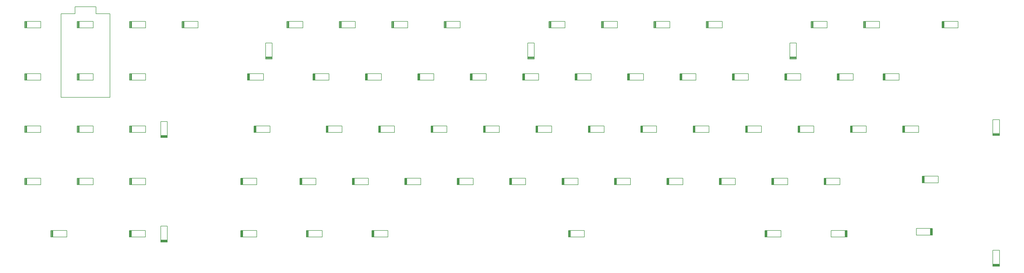
<source format=gto>
G04 #@! TF.GenerationSoftware,KiCad,Pcbnew,5.1.6*
G04 #@! TF.CreationDate,2020-07-30T11:30:43-04:00*
G04 #@! TF.ProjectId,southpawpcb,736f7574-6870-4617-9770-63622e6b6963,rev?*
G04 #@! TF.SameCoordinates,Original*
G04 #@! TF.FileFunction,Legend,Top*
G04 #@! TF.FilePolarity,Positive*
%FSLAX46Y46*%
G04 Gerber Fmt 4.6, Leading zero omitted, Abs format (unit mm)*
G04 Created by KiCad (PCBNEW 5.1.6) date 2020-07-30 11:30:43*
%MOMM*%
%LPD*%
G01*
G04 APERTURE LIST*
%ADD10C,0.150000*%
%ADD11C,0.200000*%
G04 APERTURE END LIST*
D10*
G04 #@! TO.C,U1*
X34072500Y-5752400D02*
X51852500Y-5752400D01*
X51852500Y-5752400D02*
X51852500Y24727600D01*
X51852500Y24727600D02*
X46772500Y24727600D01*
X46772500Y24727600D02*
X46772500Y27267600D01*
X46772500Y27267600D02*
X39152500Y27267600D01*
X39152500Y27267600D02*
X39152500Y24727600D01*
X39152500Y24727600D02*
X34072500Y24727600D01*
X34072500Y24727600D02*
X34072500Y-5752400D01*
D11*
G04 #@! TO.C,D7*
X140956000Y21925000D02*
X135156000Y21925000D01*
X140956000Y19525000D02*
X140956000Y21925000D01*
X135156000Y19525000D02*
X140956000Y19525000D01*
X135231000Y19525000D02*
X135231000Y21925000D01*
X135356000Y19525000D02*
X135356000Y21925000D01*
X135131000Y21925000D02*
X135131000Y19525000D01*
X135531000Y19525000D02*
X135531000Y21925000D01*
X135706000Y19525000D02*
X135706000Y21925000D01*
X135881000Y19525000D02*
X135881000Y21925000D01*
G04 #@! TO.C,D48*
X264468000Y-18575000D02*
X264468000Y-16175000D01*
X264293000Y-18575000D02*
X264293000Y-16175000D01*
X264118000Y-18575000D02*
X264118000Y-16175000D01*
X263718000Y-16175000D02*
X263718000Y-18575000D01*
X263943000Y-18575000D02*
X263943000Y-16175000D01*
X263818000Y-18575000D02*
X263818000Y-16175000D01*
X263743000Y-18575000D02*
X269543000Y-18575000D01*
X269543000Y-18575000D02*
X269543000Y-16175000D01*
X269543000Y-16175000D02*
X263743000Y-16175000D01*
G04 #@! TO.C,D72*
X105194000Y-54275000D02*
X99394000Y-54275000D01*
X105194000Y-56675000D02*
X105194000Y-54275000D01*
X99394000Y-56675000D02*
X105194000Y-56675000D01*
X99469000Y-56675000D02*
X99469000Y-54275000D01*
X99594000Y-56675000D02*
X99594000Y-54275000D01*
X99369000Y-54275000D02*
X99369000Y-56675000D01*
X99769000Y-56675000D02*
X99769000Y-54275000D01*
X99944000Y-56675000D02*
X99944000Y-54275000D01*
X100119000Y-56675000D02*
X100119000Y-54275000D01*
G04 #@! TO.C,D39*
X64756200Y-16175000D02*
X58956200Y-16175000D01*
X64756200Y-18575000D02*
X64756200Y-16175000D01*
X58956200Y-18575000D02*
X64756200Y-18575000D01*
X59031200Y-18575000D02*
X59031200Y-16175000D01*
X59156200Y-18575000D02*
X59156200Y-16175000D01*
X58931200Y-16175000D02*
X58931200Y-18575000D01*
X59331200Y-18575000D02*
X59331200Y-16175000D01*
X59506200Y-18575000D02*
X59506200Y-16175000D01*
X59681200Y-18575000D02*
X59681200Y-16175000D01*
G04 #@! TO.C,D2*
X40631200Y19525000D02*
X40631200Y21925000D01*
X40456200Y19525000D02*
X40456200Y21925000D01*
X40281200Y19525000D02*
X40281200Y21925000D01*
X39881200Y21925000D02*
X39881200Y19525000D01*
X40106200Y19525000D02*
X40106200Y21925000D01*
X39981200Y19525000D02*
X39981200Y21925000D01*
X39906200Y19525000D02*
X45706200Y19525000D01*
X45706200Y19525000D02*
X45706200Y21925000D01*
X45706200Y21925000D02*
X39906200Y21925000D01*
G04 #@! TO.C,D50*
X302568000Y-18575000D02*
X302568000Y-16175000D01*
X302393000Y-18575000D02*
X302393000Y-16175000D01*
X302218000Y-18575000D02*
X302218000Y-16175000D01*
X301818000Y-16175000D02*
X301818000Y-18575000D01*
X302043000Y-18575000D02*
X302043000Y-16175000D01*
X301918000Y-18575000D02*
X301918000Y-16175000D01*
X301843000Y-18575000D02*
X307643000Y-18575000D01*
X307643000Y-18575000D02*
X307643000Y-16175000D01*
X307643000Y-16175000D02*
X301843000Y-16175000D01*
G04 #@! TO.C,D21*
X64756200Y2875000D02*
X58956200Y2875000D01*
X64756200Y475000D02*
X64756200Y2875000D01*
X58956200Y475000D02*
X64756200Y475000D01*
X59031200Y475000D02*
X59031200Y2875000D01*
X59156200Y475000D02*
X59156200Y2875000D01*
X58931200Y2875000D02*
X58931200Y475000D01*
X59331200Y475000D02*
X59331200Y2875000D01*
X59506200Y475000D02*
X59506200Y2875000D01*
X59681200Y475000D02*
X59681200Y2875000D01*
G04 #@! TO.C,D53*
X21581200Y-37625000D02*
X21581200Y-35225000D01*
X21406200Y-37625000D02*
X21406200Y-35225000D01*
X21231200Y-37625000D02*
X21231200Y-35225000D01*
X20831200Y-35225000D02*
X20831200Y-37625000D01*
X21056200Y-37625000D02*
X21056200Y-35225000D01*
X20931200Y-37625000D02*
X20931200Y-35225000D01*
X20856200Y-37625000D02*
X26656200Y-37625000D01*
X26656200Y-37625000D02*
X26656200Y-35225000D01*
X26656200Y-35225000D02*
X20856200Y-35225000D01*
G04 #@! TO.C,D26*
X164456000Y475000D02*
X164456000Y2875000D01*
X164281000Y475000D02*
X164281000Y2875000D01*
X164106000Y475000D02*
X164106000Y2875000D01*
X163706000Y2875000D02*
X163706000Y475000D01*
X163931000Y475000D02*
X163931000Y2875000D01*
X163806000Y475000D02*
X163806000Y2875000D01*
X163731000Y475000D02*
X169531000Y475000D01*
X169531000Y475000D02*
X169531000Y2875000D01*
X169531000Y2875000D02*
X163731000Y2875000D01*
G04 #@! TO.C,D60*
X164769000Y-35225000D02*
X158969000Y-35225000D01*
X164769000Y-37625000D02*
X164769000Y-35225000D01*
X158969000Y-37625000D02*
X164769000Y-37625000D01*
X159044000Y-37625000D02*
X159044000Y-35225000D01*
X159169000Y-37625000D02*
X159169000Y-35225000D01*
X158944000Y-35225000D02*
X158944000Y-37625000D01*
X159344000Y-37625000D02*
X159344000Y-35225000D01*
X159519000Y-37625000D02*
X159519000Y-35225000D01*
X159694000Y-37625000D02*
X159694000Y-35225000D01*
G04 #@! TO.C,D42*
X150168000Y-18575000D02*
X150168000Y-16175000D01*
X149993000Y-18575000D02*
X149993000Y-16175000D01*
X149818000Y-18575000D02*
X149818000Y-16175000D01*
X149418000Y-16175000D02*
X149418000Y-18575000D01*
X149643000Y-18575000D02*
X149643000Y-16175000D01*
X149518000Y-18575000D02*
X149518000Y-16175000D01*
X149443000Y-18575000D02*
X155243000Y-18575000D01*
X155243000Y-18575000D02*
X155243000Y-16175000D01*
X155243000Y-16175000D02*
X149443000Y-16175000D01*
G04 #@! TO.C,D4*
X78731200Y19525000D02*
X78731200Y21925000D01*
X78556200Y19525000D02*
X78556200Y21925000D01*
X78381200Y19525000D02*
X78381200Y21925000D01*
X77981200Y21925000D02*
X77981200Y19525000D01*
X78206200Y19525000D02*
X78206200Y21925000D01*
X78081200Y19525000D02*
X78081200Y21925000D01*
X78006200Y19525000D02*
X83806200Y19525000D01*
X83806200Y19525000D02*
X83806200Y21925000D01*
X83806200Y21925000D02*
X78006200Y21925000D01*
G04 #@! TO.C,D3*
X64756200Y21925000D02*
X58956200Y21925000D01*
X64756200Y19525000D02*
X64756200Y21925000D01*
X58956200Y19525000D02*
X64756200Y19525000D01*
X59031200Y19525000D02*
X59031200Y21925000D01*
X59156200Y19525000D02*
X59156200Y21925000D01*
X58931200Y21925000D02*
X58931200Y19525000D01*
X59331200Y19525000D02*
X59331200Y21925000D01*
X59506200Y19525000D02*
X59506200Y21925000D01*
X59681200Y19525000D02*
X59681200Y21925000D01*
G04 #@! TO.C,D25*
X150481000Y2875000D02*
X144681000Y2875000D01*
X150481000Y475000D02*
X150481000Y2875000D01*
X144681000Y475000D02*
X150481000Y475000D01*
X144756000Y475000D02*
X144756000Y2875000D01*
X144881000Y475000D02*
X144881000Y2875000D01*
X144656000Y2875000D02*
X144656000Y475000D01*
X145056000Y475000D02*
X145056000Y2875000D01*
X145231000Y475000D02*
X145231000Y2875000D01*
X145406000Y475000D02*
X145406000Y2875000D01*
G04 #@! TO.C,D71*
X59637500Y-56675000D02*
X59637500Y-54275000D01*
X59462500Y-56675000D02*
X59462500Y-54275000D01*
X59287500Y-56675000D02*
X59287500Y-54275000D01*
X58887500Y-54275000D02*
X58887500Y-56675000D01*
X59112500Y-56675000D02*
X59112500Y-54275000D01*
X58987500Y-56675000D02*
X58987500Y-54275000D01*
X58912500Y-56675000D02*
X64712500Y-56675000D01*
X64712500Y-56675000D02*
X64712500Y-54275000D01*
X64712500Y-54275000D02*
X58912500Y-54275000D01*
G04 #@! TO.C,D78*
X349937000Y-53568800D02*
X349937000Y-55968800D01*
X350112000Y-53568800D02*
X350112000Y-55968800D01*
X350287000Y-53568800D02*
X350287000Y-55968800D01*
X350687000Y-55968800D02*
X350687000Y-53568800D01*
X350462000Y-53568800D02*
X350462000Y-55968800D01*
X350587000Y-53568800D02*
X350587000Y-55968800D01*
X350662000Y-53568800D02*
X344862000Y-53568800D01*
X344862000Y-53568800D02*
X344862000Y-55968800D01*
X344862000Y-55968800D02*
X350662000Y-55968800D01*
G04 #@! TO.C,D77*
X318981000Y-54275000D02*
X318981000Y-56675000D01*
X319156000Y-54275000D02*
X319156000Y-56675000D01*
X319331000Y-54275000D02*
X319331000Y-56675000D01*
X319731000Y-56675000D02*
X319731000Y-54275000D01*
X319506000Y-54275000D02*
X319506000Y-56675000D01*
X319631000Y-54275000D02*
X319631000Y-56675000D01*
X319706000Y-54275000D02*
X313906000Y-54275000D01*
X313906000Y-54275000D02*
X313906000Y-56675000D01*
X313906000Y-56675000D02*
X319706000Y-56675000D01*
G04 #@! TO.C,D45*
X212393000Y-16175000D02*
X206593000Y-16175000D01*
X212393000Y-18575000D02*
X212393000Y-16175000D01*
X206593000Y-18575000D02*
X212393000Y-18575000D01*
X206668000Y-18575000D02*
X206668000Y-16175000D01*
X206793000Y-18575000D02*
X206793000Y-16175000D01*
X206568000Y-16175000D02*
X206568000Y-18575000D01*
X206968000Y-18575000D02*
X206968000Y-16175000D01*
X207143000Y-18575000D02*
X207143000Y-16175000D01*
X207318000Y-18575000D02*
X207318000Y-16175000D01*
G04 #@! TO.C,D16*
X307331000Y19525000D02*
X307331000Y21925000D01*
X307156000Y19525000D02*
X307156000Y21925000D01*
X306981000Y19525000D02*
X306981000Y21925000D01*
X306581000Y21925000D02*
X306581000Y19525000D01*
X306806000Y19525000D02*
X306806000Y21925000D01*
X306681000Y19525000D02*
X306681000Y21925000D01*
X306606000Y19525000D02*
X312406000Y19525000D01*
X312406000Y19525000D02*
X312406000Y21925000D01*
X312406000Y21925000D02*
X306606000Y21925000D01*
G04 #@! TO.C,D22*
X72681200Y-19650000D02*
X70281200Y-19650000D01*
X72681200Y-19825000D02*
X70281200Y-19825000D01*
X72681200Y-20000000D02*
X70281200Y-20000000D01*
X70281200Y-20400000D02*
X72681200Y-20400000D01*
X72681200Y-20175000D02*
X70281200Y-20175000D01*
X72681200Y-20300000D02*
X70281200Y-20300000D01*
X72681200Y-20375000D02*
X72681200Y-14575000D01*
X72681200Y-14575000D02*
X70281200Y-14575000D01*
X70281200Y-14575000D02*
X70281200Y-20375000D01*
G04 #@! TO.C,D10*
X206031000Y8925000D02*
X203631000Y8925000D01*
X206031000Y8750000D02*
X203631000Y8750000D01*
X206031000Y8575000D02*
X203631000Y8575000D01*
X203631000Y8175000D02*
X206031000Y8175000D01*
X206031000Y8400000D02*
X203631000Y8400000D01*
X206031000Y8275000D02*
X203631000Y8275000D01*
X206031000Y8200000D02*
X206031000Y14000000D01*
X206031000Y14000000D02*
X203631000Y14000000D01*
X203631000Y14000000D02*
X203631000Y8200000D01*
G04 #@! TO.C,D54*
X45706200Y-35225000D02*
X39906200Y-35225000D01*
X45706200Y-37625000D02*
X45706200Y-35225000D01*
X39906200Y-37625000D02*
X45706200Y-37625000D01*
X39981200Y-37625000D02*
X39981200Y-35225000D01*
X40106200Y-37625000D02*
X40106200Y-35225000D01*
X39881200Y-35225000D02*
X39881200Y-37625000D01*
X40281200Y-37625000D02*
X40281200Y-35225000D01*
X40456200Y-37625000D02*
X40456200Y-35225000D01*
X40631200Y-37625000D02*
X40631200Y-35225000D01*
G04 #@! TO.C,D19*
X26656200Y2875000D02*
X20856200Y2875000D01*
X26656200Y475000D02*
X26656200Y2875000D01*
X20856200Y475000D02*
X26656200Y475000D01*
X20931200Y475000D02*
X20931200Y2875000D01*
X21056200Y475000D02*
X21056200Y2875000D01*
X20831200Y2875000D02*
X20831200Y475000D01*
X21231200Y475000D02*
X21231200Y2875000D01*
X21406200Y475000D02*
X21406200Y2875000D01*
X21581200Y475000D02*
X21581200Y2875000D01*
G04 #@! TO.C,D57*
X105194000Y-35225000D02*
X99394000Y-35225000D01*
X105194000Y-37625000D02*
X105194000Y-35225000D01*
X99394000Y-37625000D02*
X105194000Y-37625000D01*
X99469000Y-37625000D02*
X99469000Y-35225000D01*
X99594000Y-37625000D02*
X99594000Y-35225000D01*
X99369000Y-35225000D02*
X99369000Y-37625000D01*
X99769000Y-37625000D02*
X99769000Y-35225000D01*
X99944000Y-37625000D02*
X99944000Y-35225000D01*
X100119000Y-37625000D02*
X100119000Y-35225000D01*
G04 #@! TO.C,D47*
X250493000Y-16175000D02*
X244693000Y-16175000D01*
X250493000Y-18575000D02*
X250493000Y-16175000D01*
X244693000Y-18575000D02*
X250493000Y-18575000D01*
X244768000Y-18575000D02*
X244768000Y-16175000D01*
X244893000Y-18575000D02*
X244893000Y-16175000D01*
X244668000Y-16175000D02*
X244668000Y-18575000D01*
X245068000Y-18575000D02*
X245068000Y-16175000D01*
X245243000Y-18575000D02*
X245243000Y-16175000D01*
X245418000Y-18575000D02*
X245418000Y-16175000D01*
G04 #@! TO.C,D15*
X298881000Y14000000D02*
X298881000Y8200000D01*
X301281000Y14000000D02*
X298881000Y14000000D01*
X301281000Y8200000D02*
X301281000Y14000000D01*
X301281000Y8275000D02*
X298881000Y8275000D01*
X301281000Y8400000D02*
X298881000Y8400000D01*
X298881000Y8175000D02*
X301281000Y8175000D01*
X301281000Y8575000D02*
X298881000Y8575000D01*
X301281000Y8750000D02*
X298881000Y8750000D01*
X301281000Y8925000D02*
X298881000Y8925000D01*
G04 #@! TO.C,D67*
X293044000Y-37625000D02*
X293044000Y-35225000D01*
X292869000Y-37625000D02*
X292869000Y-35225000D01*
X292694000Y-37625000D02*
X292694000Y-35225000D01*
X292294000Y-35225000D02*
X292294000Y-37625000D01*
X292519000Y-37625000D02*
X292519000Y-35225000D01*
X292394000Y-37625000D02*
X292394000Y-35225000D01*
X292319000Y-37625000D02*
X298119000Y-37625000D01*
X298119000Y-37625000D02*
X298119000Y-35225000D01*
X298119000Y-35225000D02*
X292319000Y-35225000D01*
G04 #@! TO.C,D36*
X375056000Y-18943800D02*
X372656000Y-18943800D01*
X375056000Y-19118800D02*
X372656000Y-19118800D01*
X375056000Y-19293800D02*
X372656000Y-19293800D01*
X372656000Y-19693800D02*
X375056000Y-19693800D01*
X375056000Y-19468800D02*
X372656000Y-19468800D01*
X375056000Y-19593800D02*
X372656000Y-19593800D01*
X375056000Y-19668800D02*
X375056000Y-13868800D01*
X375056000Y-13868800D02*
X372656000Y-13868800D01*
X372656000Y-13868800D02*
X372656000Y-19668800D01*
G04 #@! TO.C,D62*
X202869000Y-35225000D02*
X197069000Y-35225000D01*
X202869000Y-37625000D02*
X202869000Y-35225000D01*
X197069000Y-37625000D02*
X202869000Y-37625000D01*
X197144000Y-37625000D02*
X197144000Y-35225000D01*
X197269000Y-37625000D02*
X197269000Y-35225000D01*
X197044000Y-35225000D02*
X197044000Y-37625000D01*
X197444000Y-37625000D02*
X197444000Y-35225000D01*
X197619000Y-37625000D02*
X197619000Y-35225000D01*
X197794000Y-37625000D02*
X197794000Y-35225000D01*
G04 #@! TO.C,D61*
X183819000Y-35225000D02*
X178019000Y-35225000D01*
X183819000Y-37625000D02*
X183819000Y-35225000D01*
X178019000Y-37625000D02*
X183819000Y-37625000D01*
X178094000Y-37625000D02*
X178094000Y-35225000D01*
X178219000Y-37625000D02*
X178219000Y-35225000D01*
X177994000Y-35225000D02*
X177994000Y-37625000D01*
X178394000Y-37625000D02*
X178394000Y-35225000D01*
X178569000Y-37625000D02*
X178569000Y-35225000D01*
X178744000Y-37625000D02*
X178744000Y-35225000D01*
G04 #@! TO.C,D52*
X340625000Y-18575000D02*
X340625000Y-16175000D01*
X340450000Y-18575000D02*
X340450000Y-16175000D01*
X340275000Y-18575000D02*
X340275000Y-16175000D01*
X339875000Y-16175000D02*
X339875000Y-18575000D01*
X340100000Y-18575000D02*
X340100000Y-16175000D01*
X339975000Y-18575000D02*
X339975000Y-16175000D01*
X339900000Y-18575000D02*
X345700000Y-18575000D01*
X345700000Y-18575000D02*
X345700000Y-16175000D01*
X345700000Y-16175000D02*
X339900000Y-16175000D01*
G04 #@! TO.C,D37*
X26656200Y-16175000D02*
X20856200Y-16175000D01*
X26656200Y-18575000D02*
X26656200Y-16175000D01*
X20856200Y-18575000D02*
X26656200Y-18575000D01*
X20931200Y-18575000D02*
X20931200Y-16175000D01*
X21056200Y-18575000D02*
X21056200Y-16175000D01*
X20831200Y-16175000D02*
X20831200Y-18575000D01*
X21231200Y-18575000D02*
X21231200Y-16175000D01*
X21406200Y-18575000D02*
X21406200Y-16175000D01*
X21581200Y-18575000D02*
X21581200Y-16175000D01*
G04 #@! TO.C,D65*
X260019000Y-35225000D02*
X254219000Y-35225000D01*
X260019000Y-37625000D02*
X260019000Y-35225000D01*
X254219000Y-37625000D02*
X260019000Y-37625000D01*
X254294000Y-37625000D02*
X254294000Y-35225000D01*
X254419000Y-37625000D02*
X254419000Y-35225000D01*
X254194000Y-35225000D02*
X254194000Y-37625000D01*
X254594000Y-37625000D02*
X254594000Y-35225000D01*
X254769000Y-37625000D02*
X254769000Y-35225000D01*
X254944000Y-37625000D02*
X254944000Y-35225000D01*
G04 #@! TO.C,D14*
X274306000Y21925000D02*
X268506000Y21925000D01*
X274306000Y19525000D02*
X274306000Y21925000D01*
X268506000Y19525000D02*
X274306000Y19525000D01*
X268581000Y19525000D02*
X268581000Y21925000D01*
X268706000Y19525000D02*
X268706000Y21925000D01*
X268481000Y21925000D02*
X268481000Y19525000D01*
X268881000Y19525000D02*
X268881000Y21925000D01*
X269056000Y19525000D02*
X269056000Y21925000D01*
X269231000Y19525000D02*
X269231000Y21925000D01*
G04 #@! TO.C,D68*
X317125000Y-35225000D02*
X311325000Y-35225000D01*
X317125000Y-37625000D02*
X317125000Y-35225000D01*
X311325000Y-37625000D02*
X317125000Y-37625000D01*
X311400000Y-37625000D02*
X311400000Y-35225000D01*
X311525000Y-37625000D02*
X311525000Y-35225000D01*
X311300000Y-35225000D02*
X311300000Y-37625000D01*
X311700000Y-37625000D02*
X311700000Y-35225000D01*
X311875000Y-37625000D02*
X311875000Y-35225000D01*
X312050000Y-37625000D02*
X312050000Y-35225000D01*
G04 #@! TO.C,D18*
X354956000Y19525000D02*
X354956000Y21925000D01*
X354781000Y19525000D02*
X354781000Y21925000D01*
X354606000Y19525000D02*
X354606000Y21925000D01*
X354206000Y21925000D02*
X354206000Y19525000D01*
X354431000Y19525000D02*
X354431000Y21925000D01*
X354306000Y19525000D02*
X354306000Y21925000D01*
X354231000Y19525000D02*
X360031000Y19525000D01*
X360031000Y19525000D02*
X360031000Y21925000D01*
X360031000Y21925000D02*
X354231000Y21925000D01*
G04 #@! TO.C,D38*
X40631200Y-18575000D02*
X40631200Y-16175000D01*
X40456200Y-18575000D02*
X40456200Y-16175000D01*
X40281200Y-18575000D02*
X40281200Y-16175000D01*
X39881200Y-16175000D02*
X39881200Y-18575000D01*
X40106200Y-18575000D02*
X40106200Y-16175000D01*
X39981200Y-18575000D02*
X39981200Y-16175000D01*
X39906200Y-18575000D02*
X45706200Y-18575000D01*
X45706200Y-18575000D02*
X45706200Y-16175000D01*
X45706200Y-16175000D02*
X39906200Y-16175000D01*
G04 #@! TO.C,D12*
X231131000Y19525000D02*
X231131000Y21925000D01*
X230956000Y19525000D02*
X230956000Y21925000D01*
X230781000Y19525000D02*
X230781000Y21925000D01*
X230381000Y21925000D02*
X230381000Y19525000D01*
X230606000Y19525000D02*
X230606000Y21925000D01*
X230481000Y19525000D02*
X230481000Y21925000D01*
X230406000Y19525000D02*
X236206000Y19525000D01*
X236206000Y19525000D02*
X236206000Y21925000D01*
X236206000Y21925000D02*
X230406000Y21925000D01*
G04 #@! TO.C,D58*
X121594000Y-37625000D02*
X121594000Y-35225000D01*
X121419000Y-37625000D02*
X121419000Y-35225000D01*
X121244000Y-37625000D02*
X121244000Y-35225000D01*
X120844000Y-35225000D02*
X120844000Y-37625000D01*
X121069000Y-37625000D02*
X121069000Y-35225000D01*
X120944000Y-37625000D02*
X120944000Y-35225000D01*
X120869000Y-37625000D02*
X126669000Y-37625000D01*
X126669000Y-37625000D02*
X126669000Y-35225000D01*
X126669000Y-35225000D02*
X120869000Y-35225000D01*
G04 #@! TO.C,D34*
X316856000Y475000D02*
X316856000Y2875000D01*
X316681000Y475000D02*
X316681000Y2875000D01*
X316506000Y475000D02*
X316506000Y2875000D01*
X316106000Y2875000D02*
X316106000Y475000D01*
X316331000Y475000D02*
X316331000Y2875000D01*
X316206000Y475000D02*
X316206000Y2875000D01*
X316131000Y475000D02*
X321931000Y475000D01*
X321931000Y475000D02*
X321931000Y2875000D01*
X321931000Y2875000D02*
X316131000Y2875000D01*
G04 #@! TO.C,D20*
X40631200Y475000D02*
X40631200Y2875000D01*
X40456200Y475000D02*
X40456200Y2875000D01*
X40281200Y475000D02*
X40281200Y2875000D01*
X39881200Y2875000D02*
X39881200Y475000D01*
X40106200Y475000D02*
X40106200Y2875000D01*
X39981200Y475000D02*
X39981200Y2875000D01*
X39906200Y475000D02*
X45706200Y475000D01*
X45706200Y475000D02*
X45706200Y2875000D01*
X45706200Y2875000D02*
X39906200Y2875000D01*
G04 #@! TO.C,D69*
X352844000Y-34518800D02*
X347044000Y-34518800D01*
X352844000Y-36918800D02*
X352844000Y-34518800D01*
X347044000Y-36918800D02*
X352844000Y-36918800D01*
X347119000Y-36918800D02*
X347119000Y-34518800D01*
X347244000Y-36918800D02*
X347244000Y-34518800D01*
X347019000Y-34518800D02*
X347019000Y-36918800D01*
X347419000Y-36918800D02*
X347419000Y-34518800D01*
X347594000Y-36918800D02*
X347594000Y-34518800D01*
X347769000Y-36918800D02*
X347769000Y-34518800D01*
G04 #@! TO.C,D40*
X104925000Y-18575000D02*
X104925000Y-16175000D01*
X104750000Y-18575000D02*
X104750000Y-16175000D01*
X104575000Y-18575000D02*
X104575000Y-16175000D01*
X104175000Y-16175000D02*
X104175000Y-18575000D01*
X104400000Y-18575000D02*
X104400000Y-16175000D01*
X104275000Y-18575000D02*
X104275000Y-16175000D01*
X104200000Y-18575000D02*
X110000000Y-18575000D01*
X110000000Y-18575000D02*
X110000000Y-16175000D01*
X110000000Y-16175000D02*
X104200000Y-16175000D01*
G04 #@! TO.C,D56*
X72681200Y-57750000D02*
X70281200Y-57750000D01*
X72681200Y-57925000D02*
X70281200Y-57925000D01*
X72681200Y-58100000D02*
X70281200Y-58100000D01*
X70281200Y-58500000D02*
X72681200Y-58500000D01*
X72681200Y-58275000D02*
X70281200Y-58275000D01*
X72681200Y-58400000D02*
X70281200Y-58400000D01*
X72681200Y-58475000D02*
X72681200Y-52675000D01*
X72681200Y-52675000D02*
X70281200Y-52675000D01*
X70281200Y-52675000D02*
X70281200Y-58475000D01*
G04 #@! TO.C,D23*
X107619000Y2875000D02*
X101819000Y2875000D01*
X107619000Y475000D02*
X107619000Y2875000D01*
X101819000Y475000D02*
X107619000Y475000D01*
X101894000Y475000D02*
X101894000Y2875000D01*
X102019000Y475000D02*
X102019000Y2875000D01*
X101794000Y2875000D02*
X101794000Y475000D01*
X102194000Y475000D02*
X102194000Y2875000D01*
X102369000Y475000D02*
X102369000Y2875000D01*
X102544000Y475000D02*
X102544000Y2875000D01*
G04 #@! TO.C,D17*
X331456000Y21925000D02*
X325656000Y21925000D01*
X331456000Y19525000D02*
X331456000Y21925000D01*
X325656000Y19525000D02*
X331456000Y19525000D01*
X325731000Y19525000D02*
X325731000Y21925000D01*
X325856000Y19525000D02*
X325856000Y21925000D01*
X325631000Y21925000D02*
X325631000Y19525000D01*
X326031000Y19525000D02*
X326031000Y21925000D01*
X326206000Y19525000D02*
X326206000Y21925000D01*
X326381000Y19525000D02*
X326381000Y21925000D01*
G04 #@! TO.C,D32*
X278756000Y475000D02*
X278756000Y2875000D01*
X278581000Y475000D02*
X278581000Y2875000D01*
X278406000Y475000D02*
X278406000Y2875000D01*
X278006000Y2875000D02*
X278006000Y475000D01*
X278231000Y475000D02*
X278231000Y2875000D01*
X278106000Y475000D02*
X278106000Y2875000D01*
X278031000Y475000D02*
X283831000Y475000D01*
X283831000Y475000D02*
X283831000Y2875000D01*
X283831000Y2875000D02*
X278031000Y2875000D01*
G04 #@! TO.C,D31*
X264781000Y2875000D02*
X258981000Y2875000D01*
X264781000Y475000D02*
X264781000Y2875000D01*
X258981000Y475000D02*
X264781000Y475000D01*
X259056000Y475000D02*
X259056000Y2875000D01*
X259181000Y475000D02*
X259181000Y2875000D01*
X258956000Y2875000D02*
X258956000Y475000D01*
X259356000Y475000D02*
X259356000Y2875000D01*
X259531000Y475000D02*
X259531000Y2875000D01*
X259706000Y475000D02*
X259706000Y2875000D01*
G04 #@! TO.C,D9*
X179056000Y21925000D02*
X173256000Y21925000D01*
X179056000Y19525000D02*
X179056000Y21925000D01*
X173256000Y19525000D02*
X179056000Y19525000D01*
X173331000Y19525000D02*
X173331000Y21925000D01*
X173456000Y19525000D02*
X173456000Y21925000D01*
X173231000Y21925000D02*
X173231000Y19525000D01*
X173631000Y19525000D02*
X173631000Y21925000D01*
X173806000Y19525000D02*
X173806000Y21925000D01*
X173981000Y19525000D02*
X173981000Y21925000D01*
G04 #@! TO.C,D64*
X235894000Y-37625000D02*
X235894000Y-35225000D01*
X235719000Y-37625000D02*
X235719000Y-35225000D01*
X235544000Y-37625000D02*
X235544000Y-35225000D01*
X235144000Y-35225000D02*
X235144000Y-37625000D01*
X235369000Y-37625000D02*
X235369000Y-35225000D01*
X235244000Y-37625000D02*
X235244000Y-35225000D01*
X235169000Y-37625000D02*
X240969000Y-37625000D01*
X240969000Y-37625000D02*
X240969000Y-35225000D01*
X240969000Y-35225000D02*
X235169000Y-35225000D01*
G04 #@! TO.C,D74*
X147744000Y-56675000D02*
X147744000Y-54275000D01*
X147569000Y-56675000D02*
X147569000Y-54275000D01*
X147394000Y-56675000D02*
X147394000Y-54275000D01*
X146994000Y-54275000D02*
X146994000Y-56675000D01*
X147219000Y-56675000D02*
X147219000Y-54275000D01*
X147094000Y-56675000D02*
X147094000Y-54275000D01*
X147019000Y-56675000D02*
X152819000Y-56675000D01*
X152819000Y-56675000D02*
X152819000Y-54275000D01*
X152819000Y-54275000D02*
X147019000Y-54275000D01*
G04 #@! TO.C,D76*
X290619000Y-56675000D02*
X290619000Y-54275000D01*
X290444000Y-56675000D02*
X290444000Y-54275000D01*
X290269000Y-56675000D02*
X290269000Y-54275000D01*
X289869000Y-54275000D02*
X289869000Y-56675000D01*
X290094000Y-56675000D02*
X290094000Y-54275000D01*
X289969000Y-56675000D02*
X289969000Y-54275000D01*
X289894000Y-56675000D02*
X295694000Y-56675000D01*
X295694000Y-56675000D02*
X295694000Y-54275000D01*
X295694000Y-54275000D02*
X289894000Y-54275000D01*
G04 #@! TO.C,D49*
X288593000Y-16175000D02*
X282793000Y-16175000D01*
X288593000Y-18575000D02*
X288593000Y-16175000D01*
X282793000Y-18575000D02*
X288593000Y-18575000D01*
X282868000Y-18575000D02*
X282868000Y-16175000D01*
X282993000Y-18575000D02*
X282993000Y-16175000D01*
X282768000Y-16175000D02*
X282768000Y-18575000D01*
X283168000Y-18575000D02*
X283168000Y-16175000D01*
X283343000Y-18575000D02*
X283343000Y-16175000D01*
X283518000Y-18575000D02*
X283518000Y-16175000D01*
G04 #@! TO.C,D70*
X36137500Y-54275000D02*
X30337500Y-54275000D01*
X36137500Y-56675000D02*
X36137500Y-54275000D01*
X30337500Y-56675000D02*
X36137500Y-56675000D01*
X30412500Y-56675000D02*
X30412500Y-54275000D01*
X30537500Y-56675000D02*
X30537500Y-54275000D01*
X30312500Y-54275000D02*
X30312500Y-56675000D01*
X30712500Y-56675000D02*
X30712500Y-54275000D01*
X30887500Y-56675000D02*
X30887500Y-54275000D01*
X31062500Y-56675000D02*
X31062500Y-54275000D01*
G04 #@! TO.C,D75*
X219181000Y-56675000D02*
X219181000Y-54275000D01*
X219006000Y-56675000D02*
X219006000Y-54275000D01*
X218831000Y-56675000D02*
X218831000Y-54275000D01*
X218431000Y-54275000D02*
X218431000Y-56675000D01*
X218656000Y-56675000D02*
X218656000Y-54275000D01*
X218531000Y-56675000D02*
X218531000Y-54275000D01*
X218456000Y-56675000D02*
X224256000Y-56675000D01*
X224256000Y-56675000D02*
X224256000Y-54275000D01*
X224256000Y-54275000D02*
X218456000Y-54275000D01*
G04 #@! TO.C,D8*
X154931000Y19525000D02*
X154931000Y21925000D01*
X154756000Y19525000D02*
X154756000Y21925000D01*
X154581000Y19525000D02*
X154581000Y21925000D01*
X154181000Y21925000D02*
X154181000Y19525000D01*
X154406000Y19525000D02*
X154406000Y21925000D01*
X154281000Y19525000D02*
X154281000Y21925000D01*
X154206000Y19525000D02*
X160006000Y19525000D01*
X160006000Y19525000D02*
X160006000Y21925000D01*
X160006000Y21925000D02*
X154206000Y21925000D01*
G04 #@! TO.C,D28*
X207631000Y2875000D02*
X201831000Y2875000D01*
X207631000Y475000D02*
X207631000Y2875000D01*
X201831000Y475000D02*
X207631000Y475000D01*
X201906000Y475000D02*
X201906000Y2875000D01*
X202031000Y475000D02*
X202031000Y2875000D01*
X201806000Y2875000D02*
X201806000Y475000D01*
X202206000Y475000D02*
X202206000Y2875000D01*
X202381000Y475000D02*
X202381000Y2875000D01*
X202556000Y475000D02*
X202556000Y2875000D01*
G04 #@! TO.C,D13*
X255256000Y21925000D02*
X249456000Y21925000D01*
X255256000Y19525000D02*
X255256000Y21925000D01*
X249456000Y19525000D02*
X255256000Y19525000D01*
X249531000Y19525000D02*
X249531000Y21925000D01*
X249656000Y19525000D02*
X249656000Y21925000D01*
X249431000Y21925000D02*
X249431000Y19525000D01*
X249831000Y19525000D02*
X249831000Y21925000D01*
X250006000Y19525000D02*
X250006000Y21925000D01*
X250181000Y19525000D02*
X250181000Y21925000D01*
G04 #@! TO.C,D66*
X279069000Y-35225000D02*
X273269000Y-35225000D01*
X279069000Y-37625000D02*
X279069000Y-35225000D01*
X273269000Y-37625000D02*
X279069000Y-37625000D01*
X273344000Y-37625000D02*
X273344000Y-35225000D01*
X273469000Y-37625000D02*
X273469000Y-35225000D01*
X273244000Y-35225000D02*
X273244000Y-37625000D01*
X273644000Y-37625000D02*
X273644000Y-35225000D01*
X273819000Y-37625000D02*
X273819000Y-35225000D01*
X273994000Y-37625000D02*
X273994000Y-35225000D01*
G04 #@! TO.C,D6*
X116831000Y19525000D02*
X116831000Y21925000D01*
X116656000Y19525000D02*
X116656000Y21925000D01*
X116481000Y19525000D02*
X116481000Y21925000D01*
X116081000Y21925000D02*
X116081000Y19525000D01*
X116306000Y19525000D02*
X116306000Y21925000D01*
X116181000Y19525000D02*
X116181000Y21925000D01*
X116106000Y19525000D02*
X121906000Y19525000D01*
X121906000Y19525000D02*
X121906000Y21925000D01*
X121906000Y21925000D02*
X116106000Y21925000D01*
G04 #@! TO.C,D44*
X188268000Y-18575000D02*
X188268000Y-16175000D01*
X188093000Y-18575000D02*
X188093000Y-16175000D01*
X187918000Y-18575000D02*
X187918000Y-16175000D01*
X187518000Y-16175000D02*
X187518000Y-18575000D01*
X187743000Y-18575000D02*
X187743000Y-16175000D01*
X187618000Y-18575000D02*
X187618000Y-16175000D01*
X187543000Y-18575000D02*
X193343000Y-18575000D01*
X193343000Y-18575000D02*
X193343000Y-16175000D01*
X193343000Y-16175000D02*
X187543000Y-16175000D01*
G04 #@! TO.C,D46*
X226368000Y-18575000D02*
X226368000Y-16175000D01*
X226193000Y-18575000D02*
X226193000Y-16175000D01*
X226018000Y-18575000D02*
X226018000Y-16175000D01*
X225618000Y-16175000D02*
X225618000Y-18575000D01*
X225843000Y-18575000D02*
X225843000Y-16175000D01*
X225718000Y-18575000D02*
X225718000Y-16175000D01*
X225643000Y-18575000D02*
X231443000Y-18575000D01*
X231443000Y-18575000D02*
X231443000Y-16175000D01*
X231443000Y-16175000D02*
X225643000Y-16175000D01*
G04 #@! TO.C,D51*
X326693000Y-16175000D02*
X320893000Y-16175000D01*
X326693000Y-18575000D02*
X326693000Y-16175000D01*
X320893000Y-18575000D02*
X326693000Y-18575000D01*
X320968000Y-18575000D02*
X320968000Y-16175000D01*
X321093000Y-18575000D02*
X321093000Y-16175000D01*
X320868000Y-16175000D02*
X320868000Y-18575000D01*
X321268000Y-18575000D02*
X321268000Y-16175000D01*
X321443000Y-18575000D02*
X321443000Y-16175000D01*
X321618000Y-18575000D02*
X321618000Y-16175000D01*
G04 #@! TO.C,D11*
X217156000Y21925000D02*
X211356000Y21925000D01*
X217156000Y19525000D02*
X217156000Y21925000D01*
X211356000Y19525000D02*
X217156000Y19525000D01*
X211431000Y19525000D02*
X211431000Y21925000D01*
X211556000Y19525000D02*
X211556000Y21925000D01*
X211331000Y21925000D02*
X211331000Y19525000D01*
X211731000Y19525000D02*
X211731000Y21925000D01*
X211906000Y19525000D02*
X211906000Y21925000D01*
X212081000Y19525000D02*
X212081000Y21925000D01*
G04 #@! TO.C,D63*
X216844000Y-37625000D02*
X216844000Y-35225000D01*
X216669000Y-37625000D02*
X216669000Y-35225000D01*
X216494000Y-37625000D02*
X216494000Y-35225000D01*
X216094000Y-35225000D02*
X216094000Y-37625000D01*
X216319000Y-37625000D02*
X216319000Y-35225000D01*
X216194000Y-37625000D02*
X216194000Y-35225000D01*
X216119000Y-37625000D02*
X221919000Y-37625000D01*
X221919000Y-37625000D02*
X221919000Y-35225000D01*
X221919000Y-35225000D02*
X216119000Y-35225000D01*
G04 #@! TO.C,D29*
X226681000Y2875000D02*
X220881000Y2875000D01*
X226681000Y475000D02*
X226681000Y2875000D01*
X220881000Y475000D02*
X226681000Y475000D01*
X220956000Y475000D02*
X220956000Y2875000D01*
X221081000Y475000D02*
X221081000Y2875000D01*
X220856000Y2875000D02*
X220856000Y475000D01*
X221256000Y475000D02*
X221256000Y2875000D01*
X221431000Y475000D02*
X221431000Y2875000D01*
X221606000Y475000D02*
X221606000Y2875000D01*
G04 #@! TO.C,D55*
X64756200Y-35225000D02*
X58956200Y-35225000D01*
X64756200Y-37625000D02*
X64756200Y-35225000D01*
X58956200Y-37625000D02*
X64756200Y-37625000D01*
X59031200Y-37625000D02*
X59031200Y-35225000D01*
X59156200Y-37625000D02*
X59156200Y-35225000D01*
X58931200Y-35225000D02*
X58931200Y-37625000D01*
X59331200Y-37625000D02*
X59331200Y-35225000D01*
X59506200Y-37625000D02*
X59506200Y-35225000D01*
X59681200Y-37625000D02*
X59681200Y-35225000D01*
G04 #@! TO.C,D5*
X108381000Y14000000D02*
X108381000Y8200000D01*
X110781000Y14000000D02*
X108381000Y14000000D01*
X110781000Y8200000D02*
X110781000Y14000000D01*
X110781000Y8275000D02*
X108381000Y8275000D01*
X110781000Y8400000D02*
X108381000Y8400000D01*
X108381000Y8175000D02*
X110781000Y8175000D01*
X110781000Y8575000D02*
X108381000Y8575000D01*
X110781000Y8750000D02*
X108381000Y8750000D01*
X110781000Y8925000D02*
X108381000Y8925000D01*
G04 #@! TO.C,D43*
X174293000Y-16175000D02*
X168493000Y-16175000D01*
X174293000Y-18575000D02*
X174293000Y-16175000D01*
X168493000Y-18575000D02*
X174293000Y-18575000D01*
X168568000Y-18575000D02*
X168568000Y-16175000D01*
X168693000Y-18575000D02*
X168693000Y-16175000D01*
X168468000Y-16175000D02*
X168468000Y-18575000D01*
X168868000Y-18575000D02*
X168868000Y-16175000D01*
X169043000Y-18575000D02*
X169043000Y-16175000D01*
X169218000Y-18575000D02*
X169218000Y-16175000D01*
G04 #@! TO.C,D73*
X123931000Y-56675000D02*
X123931000Y-54275000D01*
X123756000Y-56675000D02*
X123756000Y-54275000D01*
X123581000Y-56675000D02*
X123581000Y-54275000D01*
X123181000Y-54275000D02*
X123181000Y-56675000D01*
X123406000Y-56675000D02*
X123406000Y-54275000D01*
X123281000Y-56675000D02*
X123281000Y-54275000D01*
X123206000Y-56675000D02*
X129006000Y-56675000D01*
X129006000Y-56675000D02*
X129006000Y-54275000D01*
X129006000Y-54275000D02*
X123206000Y-54275000D01*
G04 #@! TO.C,D33*
X302881000Y2875000D02*
X297081000Y2875000D01*
X302881000Y475000D02*
X302881000Y2875000D01*
X297081000Y475000D02*
X302881000Y475000D01*
X297156000Y475000D02*
X297156000Y2875000D01*
X297281000Y475000D02*
X297281000Y2875000D01*
X297056000Y2875000D02*
X297056000Y475000D01*
X297456000Y475000D02*
X297456000Y2875000D01*
X297631000Y475000D02*
X297631000Y2875000D01*
X297806000Y475000D02*
X297806000Y2875000D01*
G04 #@! TO.C,D30*
X240656000Y475000D02*
X240656000Y2875000D01*
X240481000Y475000D02*
X240481000Y2875000D01*
X240306000Y475000D02*
X240306000Y2875000D01*
X239906000Y2875000D02*
X239906000Y475000D01*
X240131000Y475000D02*
X240131000Y2875000D01*
X240006000Y475000D02*
X240006000Y2875000D01*
X239931000Y475000D02*
X245731000Y475000D01*
X245731000Y475000D02*
X245731000Y2875000D01*
X245731000Y2875000D02*
X239931000Y2875000D01*
G04 #@! TO.C,D35*
X338600000Y2875000D02*
X332800000Y2875000D01*
X338600000Y475000D02*
X338600000Y2875000D01*
X332800000Y475000D02*
X338600000Y475000D01*
X332875000Y475000D02*
X332875000Y2875000D01*
X333000000Y475000D02*
X333000000Y2875000D01*
X332775000Y2875000D02*
X332775000Y475000D01*
X333175000Y475000D02*
X333175000Y2875000D01*
X333350000Y475000D02*
X333350000Y2875000D01*
X333525000Y475000D02*
X333525000Y2875000D01*
G04 #@! TO.C,D24*
X126356000Y475000D02*
X126356000Y2875000D01*
X126181000Y475000D02*
X126181000Y2875000D01*
X126006000Y475000D02*
X126006000Y2875000D01*
X125606000Y2875000D02*
X125606000Y475000D01*
X125831000Y475000D02*
X125831000Y2875000D01*
X125706000Y475000D02*
X125706000Y2875000D01*
X125631000Y475000D02*
X131431000Y475000D01*
X131431000Y475000D02*
X131431000Y2875000D01*
X131431000Y2875000D02*
X125631000Y2875000D01*
G04 #@! TO.C,D59*
X140644000Y-37625000D02*
X140644000Y-35225000D01*
X140469000Y-37625000D02*
X140469000Y-35225000D01*
X140294000Y-37625000D02*
X140294000Y-35225000D01*
X139894000Y-35225000D02*
X139894000Y-37625000D01*
X140119000Y-37625000D02*
X140119000Y-35225000D01*
X139994000Y-37625000D02*
X139994000Y-35225000D01*
X139919000Y-37625000D02*
X145719000Y-37625000D01*
X145719000Y-37625000D02*
X145719000Y-35225000D01*
X145719000Y-35225000D02*
X139919000Y-35225000D01*
G04 #@! TO.C,D41*
X136193000Y-16175000D02*
X130393000Y-16175000D01*
X136193000Y-18575000D02*
X136193000Y-16175000D01*
X130393000Y-18575000D02*
X136193000Y-18575000D01*
X130468000Y-18575000D02*
X130468000Y-16175000D01*
X130593000Y-18575000D02*
X130593000Y-16175000D01*
X130368000Y-16175000D02*
X130368000Y-18575000D01*
X130768000Y-18575000D02*
X130768000Y-16175000D01*
X130943000Y-18575000D02*
X130943000Y-16175000D01*
X131118000Y-18575000D02*
X131118000Y-16175000D01*
G04 #@! TO.C,D1*
X26656200Y21925000D02*
X20856200Y21925000D01*
X26656200Y19525000D02*
X26656200Y21925000D01*
X20856200Y19525000D02*
X26656200Y19525000D01*
X20931200Y19525000D02*
X20931200Y21925000D01*
X21056200Y19525000D02*
X21056200Y21925000D01*
X20831200Y21925000D02*
X20831200Y19525000D01*
X21231200Y19525000D02*
X21231200Y21925000D01*
X21406200Y19525000D02*
X21406200Y21925000D01*
X21581200Y19525000D02*
X21581200Y21925000D01*
G04 #@! TO.C,D27*
X183506000Y475000D02*
X183506000Y2875000D01*
X183331000Y475000D02*
X183331000Y2875000D01*
X183156000Y475000D02*
X183156000Y2875000D01*
X182756000Y2875000D02*
X182756000Y475000D01*
X182981000Y475000D02*
X182981000Y2875000D01*
X182856000Y475000D02*
X182856000Y2875000D01*
X182781000Y475000D02*
X188581000Y475000D01*
X188581000Y475000D02*
X188581000Y2875000D01*
X188581000Y2875000D02*
X182781000Y2875000D01*
G04 #@! TO.C,D79*
X375056000Y-66568800D02*
X372656000Y-66568800D01*
X375056000Y-66743800D02*
X372656000Y-66743800D01*
X375056000Y-66918800D02*
X372656000Y-66918800D01*
X372656000Y-67318800D02*
X375056000Y-67318800D01*
X375056000Y-67093800D02*
X372656000Y-67093800D01*
X375056000Y-67218800D02*
X372656000Y-67218800D01*
X375056000Y-67293800D02*
X375056000Y-61493800D01*
X375056000Y-61493800D02*
X372656000Y-61493800D01*
X372656000Y-61493800D02*
X372656000Y-67293800D01*
G04 #@! TD*
M02*

</source>
